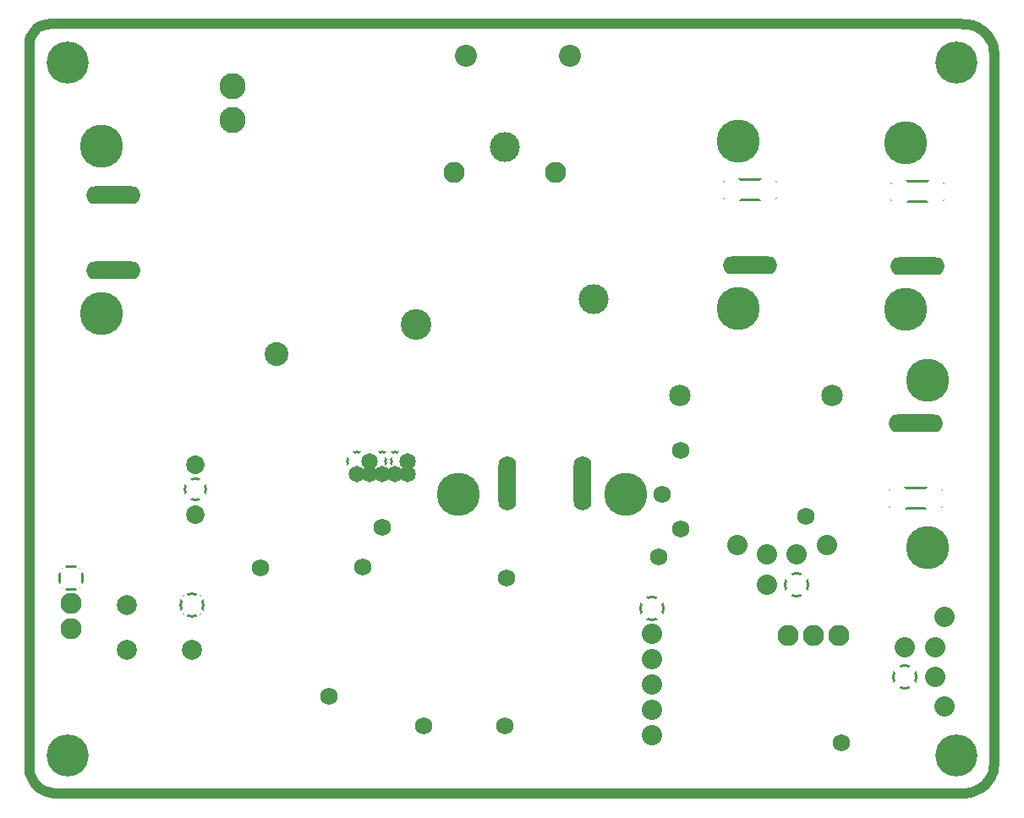
<source format=gbr>
%FSTAX23Y23*%
%MOIN*%
%SFA1B1*%

%IPPOS*%
%AMD52*
1,1,0.100000,0.000000,0.000000*
1,0,0.080000,0.000000,0.000000*
4,0,4,0.024700,0.046000,-0.046000,-0.024700,-0.024700,-0.046000,0.046000,0.024700,0.024700,0.046000,0.0*
4,0,4,-0.024700,0.046000,0.046000,-0.024700,0.024700,-0.046000,-0.046000,0.024700,-0.024700,0.046000,0.0*
%
%AMD54*
1,1,0.100157,0.000000,0.000000*
1,0,0.080157,0.000000,0.000000*
4,0,4,0.024700,0.046000,-0.046000,-0.024700,-0.024700,-0.046000,0.046000,0.024700,0.024700,0.046000,0.0*
4,0,4,-0.024700,0.046000,0.046000,-0.024700,0.024700,-0.046000,-0.046000,0.024700,-0.024700,0.046000,0.0*
%
%AMD55*
4,1,4,-0.073000,-0.045000,0.073000,-0.045000,0.073000,0.045000,-0.073000,0.045000,-0.073000,-0.045000,0.0*
1,1,0.090000,0.073000,0.000000*
1,1,0.090000,-0.073000,0.000000*
4,0,4,-0.073000,-0.035000,0.073000,-0.035000,0.073000,0.035100,-0.073000,0.035100,-0.073000,-0.035000,0.0*
1,0,0.070000,0.073000,0.000000*
1,0,0.070000,-0.073000,0.000000*
4,0,4,0.038000,0.035100,0.070100,0.067000,0.140100,-0.004000,0.109000,-0.035000,0.038000,0.035100,0.0*
4,0,4,-0.109000,0.035100,-0.140000,0.004000,-0.070000,-0.067000,-0.038000,-0.035000,-0.109000,0.035100,0.0*
4,0,4,0.109000,0.035100,0.140100,0.004000,0.070100,-0.067000,0.038000,-0.035000,0.109000,0.035100,0.0*
4,0,4,-0.038000,0.035100,-0.070000,0.067000,-0.140000,-0.004000,-0.109000,-0.035000,-0.038000,0.035100,0.0*
%
%AMD61*
1,1,0.113937,0.000000,0.000000*
1,0,0.093937,0.000000,0.000000*
4,0,4,0.004900,0.075600,-0.075600,-0.004900,-0.004900,-0.075600,0.075600,0.004900,0.004900,0.075600,0.0*
4,0,4,-0.004900,0.075600,0.075600,-0.004900,0.004900,-0.075600,-0.075600,0.004900,-0.004900,0.075600,0.0*
%
%AMD63*
1,1,0.122992,0.000000,0.000000*
1,0,0.102992,0.000000,0.000000*
4,0,4,0.008100,0.078800,-0.078800,-0.008100,-0.008100,-0.078800,0.078800,0.008100,0.008100,0.078800,0.0*
4,0,4,-0.008100,0.078800,0.078800,-0.008100,0.008100,-0.078800,-0.078800,0.008100,-0.008100,0.078800,0.0*
%
%AMD64*
4,1,4,0.073000,0.045000,-0.073000,0.045000,-0.073000,-0.045000,0.073000,-0.045000,0.073000,0.045000,0.0*
1,1,0.090000,-0.073000,0.000000*
1,1,0.090000,0.073000,0.000000*
4,0,4,0.073000,0.035100,-0.073000,0.035100,-0.073000,-0.035000,0.073000,-0.035000,0.073000,0.035100,0.0*
1,0,0.070000,-0.073000,0.000000*
1,0,0.070000,0.073000,0.000000*
4,0,4,-0.038000,-0.035000,-0.070000,-0.067000,-0.140000,0.004000,-0.109000,0.035100,-0.038000,-0.035000,0.0*
4,0,4,0.109000,-0.035000,0.140100,-0.004000,0.070100,0.067000,0.038000,0.035100,0.109000,-0.035000,0.0*
4,0,4,-0.109000,-0.035000,-0.140000,-0.004000,-0.070000,0.067000,-0.038000,0.035100,-0.109000,-0.035000,0.0*
4,0,4,0.038000,-0.035000,0.070100,-0.067000,0.140100,0.004000,0.109000,0.035100,0.038000,-0.035000,0.0*
%
%AMD66*
1,1,0.085000,0.000000,0.000000*
1,0,0.065000,0.000000,0.000000*
4,0,4,0.019400,0.040700,-0.040700,-0.019400,-0.019400,-0.040700,0.040700,0.019400,0.019400,0.040700,0.0*
4,0,4,-0.019400,0.040700,0.040700,-0.019400,0.019400,-0.040700,-0.040700,0.019400,-0.019400,0.040700,0.0*
%
%AMD68*
1,1,0.098976,0.000000,0.000000*
1,0,0.078976,0.000000,0.000000*
4,0,4,0.024300,0.045500,-0.045500,-0.024300,-0.024300,-0.045500,0.045500,0.024300,0.024300,0.045500,0.0*
4,0,4,-0.024300,0.045500,0.045500,-0.024300,0.024300,-0.045500,-0.045500,0.024300,-0.024300,0.045500,0.0*
%
%AMD69*
1,1,0.103307,0.000000,0.000000*
1,0,0.083307,0.000000,0.000000*
4,0,4,0.025900,0.047100,-0.047100,-0.025900,-0.025900,-0.047100,0.047100,0.025900,0.025900,0.047100,0.0*
4,0,4,-0.025900,0.047100,0.047100,-0.025900,0.025900,-0.047100,-0.047100,0.025900,-0.025900,0.047100,0.0*
%
%AMD72*
1,1,0.092874,0.000000,0.000000*
1,0,0.072874,0.000000,0.000000*
4,0,4,0.022200,0.043400,-0.043400,-0.022200,-0.022200,-0.043400,0.043400,0.022200,0.022200,0.043400,0.0*
4,0,4,-0.022200,0.043400,0.043400,-0.022200,0.022200,-0.043400,-0.043400,0.022200,-0.022200,0.043400,0.0*
%
%ADD46C,0.121000*%
%ADD50C,0.040000*%
%ADD51C,0.080000*%
G04~CAMADD=52~12~0.0~0.0~0.0~0.0~0.0~0.0~0~1000.0~800.0~0.0~45.0~4~300.0~0.0~0.0~0.0~0~0.0~0.0~0.0~0.0~1000.0~1000.0*
%ADD52D52*%
%ADD53C,0.080000*%
G04~CAMADD=54~12~0.0~0.0~0.0~0.0~0.0~0.0~0~1001.6~801.6~0.0~45.0~4~300.0~0.0~0.0~0.0~0~0.0~0.0~0.0~0.0~1001.6~1001.6*
%ADD54D54*%
%ADD55D55*%
%ADD56O,0.216000X0.070000*%
%ADD57C,0.170000*%
%ADD58O,0.070000X0.216000*%
%ADD59C,0.087000*%
%ADD60C,0.094000*%
G04~CAMADD=61~12~0.0~0.0~0.0~0.0~0.0~0.0~0~1139.4~939.4~0.0~45.0~4~1000.0~0.0~0.0~0.0~0~0.0~0.0~0.0~0.0~1139.4~1139.4*
%ADD61D61*%
%ADD62C,0.103000*%
G04~CAMADD=63~12~0.0~0.0~0.0~0.0~0.0~0.0~0~1229.9~1029.9~0.0~45.0~4~1000.0~0.0~0.0~0.0~0~0.0~0.0~0.0~0.0~1229.9~1229.9*
%ADD63D63*%
%ADD64D64*%
%ADD65C,0.065000*%
G04~CAMADD=66~12~0.0~0.0~0.0~0.0~0.0~0.0~0~850.0~650.0~0.0~45.0~4~300.0~0.0~0.0~0.0~0~0.0~0.0~0.0~0.0~850.0~850.0*
%ADD66D66*%
%ADD67C,0.079000*%
G04~CAMADD=68~12~0.0~0.0~0.0~0.0~0.0~0.0~0~989.8~789.8~0.0~45.0~4~300.0~0.0~0.0~0.0~0~0.0~0.0~0.0~0.0~989.8~989.8*
%ADD68D68*%
G04~CAMADD=69~12~0.0~0.0~0.0~0.0~0.0~0.0~0~1033.1~833.1~0.0~45.0~4~300.0~0.0~0.0~0.0~0~0.0~0.0~0.0~0.0~1033.1~1033.1*
%ADD69D69*%
%ADD70C,0.083000*%
%ADD71C,0.073000*%
G04~CAMADD=72~12~0.0~0.0~0.0~0.0~0.0~0.0~0~928.7~728.7~0.0~45.0~4~300.0~0.0~0.0~0.0~0~0.0~0.0~0.0~0.0~928.7~928.7*
%ADD72D72*%
%ADD73C,0.166000*%
%ADD74C,0.085000*%
%ADD75C,0.083000*%
%ADD76C,0.118000*%
%ADD77C,0.068000*%
%LNbatt_man_rev2_copper_plane_1-1*%
%LPD*%
G54D46*
X01525Y0231D03*
G54D50*
X00086Y03496D02*
D01*
X0008Y03496*
X00074Y03495*
X00069Y03495*
X00063Y03494*
X00057Y03492*
X00052Y03491*
X00047Y03488*
X00042Y03486*
X00037Y03483*
X00032Y0348*
X00028Y03476*
X00024Y03472*
X0002Y03468*
X00016Y03464*
X00013Y03459*
X0001Y03455*
X00007Y03449*
X00005Y03444*
X00003Y03439*
X00002Y03433*
X0Y03428*
X0Y03422*
X0Y03417*
X0Y03411*
X0Y03405*
X0Y03405*
X03804Y03376D02*
D01*
X03803Y03384*
X03802Y03392*
X03801Y034*
X03799Y03409*
X03796Y03417*
X03793Y03424*
X03789Y03432*
X03785Y03439*
X03781Y03446*
X03775Y03453*
X0377Y03459*
X03764Y03465*
X03757Y0347*
X03751Y03475*
X03744Y03479*
X03736Y03483*
X03728Y03487*
X03721Y0349*
X03713Y03492*
X03704Y03494*
X03696Y03495*
X03688Y03495*
X03679*
X03674Y03496*
X03678Y00462D02*
D01*
X03686Y00461*
X03694Y00462*
X03703Y00463*
X03711Y00465*
X03719Y00467*
X03727Y0047*
X03735Y00473*
X03742Y00477*
X0375Y00482*
X03756Y00487*
X03763Y00492*
X03769Y00498*
X03775Y00504*
X0378Y00511*
X03785Y00518*
X03789Y00525*
X03793Y00533*
X03796Y0054*
X03799Y00548*
X03801Y00557*
X03802Y00565*
X03803Y00573*
X03804Y00582*
X03803Y0059*
X03803Y00597*
X0Y0057D02*
D01*
X0Y00562*
X0Y00555*
X00001Y00548*
X00002Y00541*
X00004Y00534*
X00006Y00527*
X00009Y00521*
X00013Y00514*
X00016Y00508*
X0002Y00502*
X00025Y00497*
X0003Y00491*
X00035Y00486*
X00041Y00482*
X00047Y00478*
X00053Y00474*
X00059Y00471*
X00066Y00468*
X00073Y00466*
X0008Y00464*
X00087Y00463*
X00094Y00462*
X00101Y00461*
X00108Y00462*
X03678*
X03803Y00597D02*
X03804Y00598D01*
Y03376*
X03673Y03496D02*
X03674D01*
X00086D02*
X03673D01*
X0Y03405D02*
D01*
Y0057D02*
Y03405D01*
G54D51*
X03569Y00921D03*
Y01039D03*
X03451D03*
X03606Y00803D03*
Y01157D03*
X03025Y01403D03*
X02907D03*
Y01285D03*
X03143Y0144D03*
X02789D03*
G54D52*
X03451Y00921D03*
X03025Y01285D03*
G54D53*
X02455Y0069D03*
Y0079D03*
Y0089D03*
Y0099D03*
Y0109D03*
G54D54*
X02455Y0119D03*
G54D55*
X03495Y01625D03*
G54D56*
X03495Y0192D03*
X0033Y0282D03*
Y02525D03*
X035Y0254D03*
X0284Y02545D03*
G54D57*
X0354Y01432D03*
Y0209D03*
X01692Y0164D03*
X0235D03*
X00285Y03013D03*
Y02355D03*
X03455Y03028D03*
Y0237D03*
X02795Y03033D03*
Y02375D03*
G54D58*
X01885Y01685D03*
X0218D03*
G54D59*
X02131Y0337D03*
X01719D03*
G54D60*
X00975Y02193D03*
G54D61*
X00975Y01755D03*
G54D62*
X008Y03118D03*
Y03252D03*
G54D63*
X0119Y03118D03*
Y03252D03*
G54D64*
X035Y02835D03*
X0284Y0284D03*
G54D65*
X0129Y0172D03*
X0134D03*
X0139D03*
X0144D03*
X0149D03*
X0134Y0177D03*
X0149D03*
G54D66*
X0129Y0177D03*
X0139D03*
X0144D03*
G54D67*
X00385Y01204D03*
Y01026D03*
X00641D03*
G54D68*
X00641Y01204D03*
G54D69*
X00165Y0131D03*
G54D70*
X00165Y0121D03*
Y0111D03*
X0299Y01085D03*
X0309D03*
X0319D03*
G54D71*
X00654Y01758D03*
Y01562D03*
G54D72*
X00654Y0166D03*
G54D73*
X0015Y03345D03*
Y0061D03*
X03655Y03345D03*
Y0061D03*
G54D74*
X02565Y0203D03*
X03165D03*
G54D75*
X02075Y0291D03*
X01675D03*
G54D76*
X01875Y0301D03*
X02225Y0241D03*
G54D77*
X0091Y0135D03*
X032Y0066D03*
X0118Y00845D03*
X01389Y0151D03*
X0306Y01555D03*
X0188Y0131D03*
X01315Y01355D03*
X01555Y00727D03*
X01875Y00728D03*
X02495Y0164D03*
X0248Y01395D03*
X02568Y01505D03*
Y01815D03*
M02*
</source>
